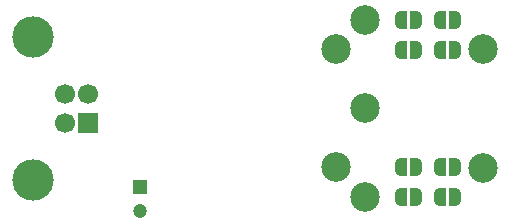
<source format=gbs>
%TF.GenerationSoftware,KiCad,Pcbnew,(7.0.0)*%
%TF.CreationDate,2023-03-18T20:28:04-04:00*%
%TF.ProjectId,nabu-interface,6e616275-2d69-46e7-9465-72666163652e,rev?*%
%TF.SameCoordinates,Original*%
%TF.FileFunction,Soldermask,Bot*%
%TF.FilePolarity,Negative*%
%FSLAX46Y46*%
G04 Gerber Fmt 4.6, Leading zero omitted, Abs format (unit mm)*
G04 Created by KiCad (PCBNEW (7.0.0)) date 2023-03-18 20:28:04*
%MOMM*%
%LPD*%
G01*
G04 APERTURE LIST*
G04 Aperture macros list*
%AMFreePoly0*
4,1,19,0.500000,-0.750000,0.000000,-0.750000,0.000000,-0.744911,-0.071157,-0.744911,-0.207708,-0.704816,-0.327430,-0.627875,-0.420627,-0.520320,-0.479746,-0.390866,-0.500000,-0.250000,-0.500000,0.250000,-0.479746,0.390866,-0.420627,0.520320,-0.327430,0.627875,-0.207708,0.704816,-0.071157,0.744911,0.000000,0.744911,0.000000,0.750000,0.500000,0.750000,0.500000,-0.750000,0.500000,-0.750000,
$1*%
%AMFreePoly1*
4,1,19,0.000000,0.744911,0.071157,0.744911,0.207708,0.704816,0.327430,0.627875,0.420627,0.520320,0.479746,0.390866,0.500000,0.250000,0.500000,-0.250000,0.479746,-0.390866,0.420627,-0.520320,0.327430,-0.627875,0.207708,-0.704816,0.071157,-0.744911,0.000000,-0.744911,0.000000,-0.750000,-0.500000,-0.750000,-0.500000,0.750000,0.000000,0.750000,0.000000,0.744911,0.000000,0.744911,
$1*%
G04 Aperture macros list end*
%ADD10FreePoly0,0.000000*%
%ADD11FreePoly1,0.000000*%
%ADD12FreePoly1,180.000000*%
%ADD13FreePoly0,180.000000*%
%ADD14C,3.500000*%
%ADD15C,1.700000*%
%ADD16R,1.700000X1.700000*%
%ADD17C,2.499360*%
%ADD18C,1.200000*%
%ADD19R,1.200000X1.200000*%
G04 APERTURE END LIST*
D10*
%TO.C,JP8*%
X112507000Y-106553000D03*
D11*
X113807000Y-106553000D03*
%TD*%
D10*
%TO.C,JP7*%
X112507000Y-109093000D03*
D11*
X113807000Y-109093000D03*
%TD*%
D12*
%TO.C,JP6*%
X109205000Y-106553000D03*
D13*
X110505000Y-106553000D03*
%TD*%
D12*
%TO.C,JP5*%
X109205000Y-109093000D03*
D13*
X110505000Y-109093000D03*
%TD*%
D11*
%TO.C,JP4*%
X113807000Y-94107000D03*
D10*
X112507000Y-94107000D03*
%TD*%
%TO.C,JP3*%
X112507000Y-96647000D03*
D11*
X113807000Y-96647000D03*
%TD*%
D13*
%TO.C,JP2*%
X110505000Y-94107000D03*
D12*
X109205000Y-94107000D03*
%TD*%
%TO.C,JP1*%
X109205000Y-96647000D03*
D13*
X110505000Y-96647000D03*
%TD*%
D14*
%TO.C,J2*%
X78067500Y-95580000D03*
X78067500Y-107620000D03*
D15*
X80777500Y-102850000D03*
X80777500Y-100350000D03*
X82777500Y-100350000D03*
D16*
X82777499Y-102849999D03*
%TD*%
D17*
%TO.C,J1*%
X106222800Y-109098080D03*
X103720900Y-96603820D03*
X106220260Y-101600000D03*
X106222800Y-94101920D03*
X103720900Y-106596180D03*
X116217700Y-96598740D03*
X116217700Y-106601260D03*
%TD*%
D18*
%TO.C,C5*%
X87122000Y-110247401D03*
D19*
X87121999Y-108247400D03*
%TD*%
M02*

</source>
